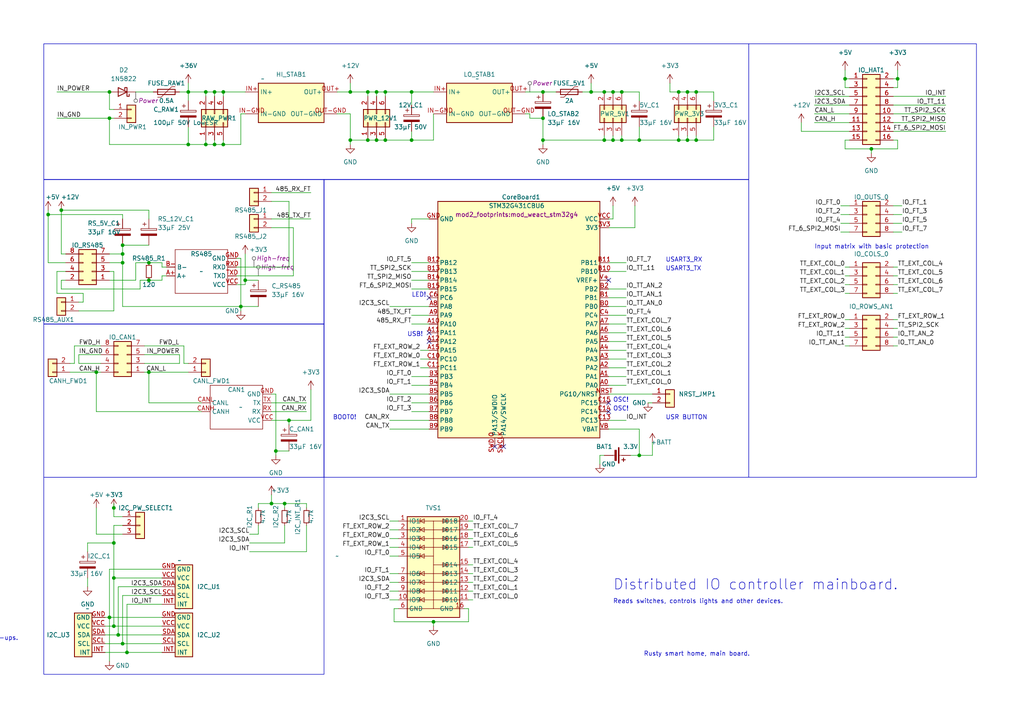
<source format=kicad_sch>
(kicad_sch (version 20250114) (generator "eeschema") (generator_version "9.0")
  (paper "A4")
  (rectangle (start 12.7 52.07) (end 93.98 93.98))
  (rectangle (start 12.7 93.98) (end 93.98 138.43))
  (rectangle (start 93.98 52.07) (end 217.17 138.43))
  (rectangle (start 217.17 12.7) (end 283.21 138.43))
  (rectangle (start 12.7 138.43) (end 93.98 195.58))
  (rectangle (start 12.7 12.7) (end 217.17 52.07))
  (text "USR BUTTON" (at 193.04 121.92 0) (effects (font (size 1.27 1.27)) (justify left bottom)))
  (text "Rusty smart home, main board." (at 186.69 190.5 0) (effects (font (size 1.27 1.27)) (justify left bottom)))
  (text "PCF8575 expander \"modules\":\n- Might have 3.3V stabilizer onboard which is not required; \n  PCF can handle 6.5V absolute.\n- Have pull-ups for SDA/SCL for VCC which is NOT required and problematic.\n- Can handle VCC+0.5V input voltage max so 3.8V with stab. \n- Can't safely drive 5V \"low level trigger\" devices.\n\nI suggest shorting the onboard 3.3V stab to get 5V PCF and removing/shorting the sda/scl pull-ups.\nOr getting much dumber (and better) module." (at -95.25 187.96 0) (effects (font (size 1.27 1.27)) (justify left bottom)))
  (text "BOOT0!" (at 96.52 121.92 0) (effects (font (size 1.27 1.27)) (justify left bottom)))
  (text "LED!" (at 119.38 86.36 0) (effects (font (size 1.27 1.27)) (justify left bottom)))
  (text "- CAN / RS485 cables on board suggest pair-by-pair setting - not T-568B. \n  This will distinguish cables too. But both approaches can work.\n- Suggested layout: \n  Full-color for ground (on IO_CAN), \n  Pair order: orange, green, blue, brown.\n  IO-CAN Socket and RJ45 connector therefore:\n  w-o o, w-g g, w-bl bl, w-br br (1 2, 3 4, 5 6, 7 8).\n  That keeps CAN as orange pair, forwarded as brown pair. Main power on blue and green.\n  RS485 suggested to match: rs485 on orange, AUX on brown. Blue 5V, Green 12V. \n  Board v2 could have a correction here to match the layout.  \n\n  T568B mapping onto CAN plug mapping:\n  T568B|CAN\n  w-o   w-o     1 CAN_L\n  o      o      2 CAN_H\n  w-g   w-g     3 IN POWER, 24V\n  bl     g      4 IN POWER, GND (swap!)\n  w-bl  w-bl    5 IN POWER, 24V\n  g      bl     6 IN POWER, GND (swap!)\n  w-br  w-br    7 CAN_L FORWARD\n  br     br     8 CAN_H FORWARD\n\n- Board could be powered by USB (weact board has a vbus->vcc diode). \n  Also connecting USB while board is powered externally should not break anything.\n- Keep empty space over the screws to allow for a HAT or another layer.\n  50x100 fits the SSR relay board too.\n- CAN Forwarding jumpers allow to construct a linear bus in situations where \n  there's otherwise a big stub." (at -143.764 72.39 0) (effects (font (size 2 2)) (justify left bottom)))
  (text "Reads switches, controls lights and other devices." (at 177.8 175.26 0) (effects (font (size 1.27 1.27)) (justify left bottom)))
  (text "USB!" (at 118.11 97.79 0) (effects (font (size 1.27 1.27)) (justify left bottom)))
  (text "Power considerations:\n- 2A/5V waveshare -> 10W probably less.\n- relay array from ali: SRD-12VDC-SL-C x 8; 30mA single -> 0.24A @ 12V -> 2.88W\n- Rest of board: 0.5A @ 5V more less -> 2.5W\n- 10W control + 5W board & losses -> 15W\n- 15W -> 0.5A @30V, 0.65A @24V, 1.25A @12V, 3A @5V\n- 30m cable (top), cat6 24 awg, 84ohms/km -> 2.52 ohms -> 5.1 ohms for both cables.\n- Voltage drop = 2.55V @30V, 3.32V @24V, 6.37V @12V, 15V @5V... " (at -140.716 104.902 0) (effects (font (size 1.27 1.27)) (justify left bottom)))
  (text "Board v1 ideas, maybe?\n- Add a pin in another axis in i2c connector for stabilization. Say - duplicated GND/VCC." (at -95.25 198.12 0) (effects (font (size 1.27 1.27)) (justify left bottom)))
  (text "CAN uses PB8 that is also BOOT0. You need to select nBOOT_SEL to free \nthe GPIO, otherwise the board won't boot.\n" (at -140.716 84.582 0) (effects (font (size 1.27 1.27)) (justify left bottom)))
  (text "Board v1 errors, to be corrected:\n- EVDS footprint doesn't match my device.\n- Battery is smaller and can be shifted right.\n- Can CAP can be outside.\n- some labels can be moved a bit away for eligibility\n- CAPs don't have GND marked.\n- Mark ground on power pins\n- holes of CPU could be larger\n- HI_STAB footprint could use double pinheader. Single is wobbly \n  (and impossible to buy, one has to cut it)\n- Increase IO separation to be able to use plastic covered connectors.\n- Bigger holes for fuses.\n- IO_RS485 could be more similar to IO_CAN (ground side, order of AUX)\n- WeAct stm32g4 board has Vb diodes in schema, but probably not on a real board (!). Add diode?\n  Vbus seems protected ok.\n- USB-C connector doesn't fit with rs485 \n- IOCAN  output could have a rj45 connector." (at -140.716 153.162 0) (effects (font (size 1.27 1.27)) (justify left bottom)))
  (text "OSC!" (at 177.8 116.84 0) (effects (font (size 1.27 1.27)) (justify left bottom)))
  (text "OSC!" (at 177.8 119.38 0) (effects (font (size 1.27 1.27)) (justify left bottom)))
  (text "Distributed IO controller mainboard." (at 177.8 171.45 0) (effects (font (size 3 3)) (justify left bottom)))
  (text "Design notes:\n- Internal pull-ups/downs are around 40kOhm which can get noisy on a long line.\n- FT - 5V-Tolerant; TT - 3.3V-tolerant." (at -140.716 115.062 0) (effects (font (size 1.27 1.27)) (justify left bottom)))
  (text "Input matrix with basic protection" (at 236.22 72.39 0) (effects (font (size 1.27 1.27)) (justify left bottom)))
  (text "USART3_RX" (at 193.04 76.2 0) (effects (font (size 1.27 1.27)) (justify left bottom)))
  (text "USART3_TX" (at 193.04 78.74 0) (effects (font (size 1.27 1.27)) (justify left bottom)))
  (junction (at 78.74 146.05))
  (junction (at 83.82 121.92))
  (junction (at 245.11 22.86))
  (junction (at 177.8 40.64))
  (junction (at 33.02 157.48))
  (junction (at 34.29 184.15))
  (junction (at 33.02 147.32))
  (junction (at 199.39 26.67))
  (junction (at 201.93 40.64))
  (junction (at 180.34 26.67))
  (junction (at 43.18 76.2))
  (junction (at 17.78 60.96))
  (junction (at 35.56 76.2))
  (junction (at 80.01 130.81))
  (junction (at 119.38 40.64))
  (junction (at 43.18 107.95))
  (junction (at 252.73 43.18))
  (junction (at 157.48 34.29))
  (junction (at 59.69 41.91))
  (junction (at 33.02 181.61))
  (junction (at 35.56 71.12))
  (junction (at 111.76 40.64))
  (junction (at 175.26 26.67))
  (junction (at 171.45 26.67))
  (junction (at 199.39 40.64))
  (junction (at 109.22 26.67))
  (junction (at 36.83 189.23))
  (junction (at 196.85 40.64))
  (junction (at 35.56 73.66))
  (junction (at 64.77 26.67))
  (junction (at 111.76 26.67))
  (junction (at 13.97 62.23))
  (junction (at 125.73 180.34))
  (junction (at 175.26 40.64))
  (junction (at 54.61 26.67))
  (junction (at 106.68 26.67))
  (junction (at 27.94 107.95))
  (junction (at 177.8 26.67))
  (junction (at 101.6 26.67))
  (junction (at 71.12 81.28))
  (junction (at 82.55 146.05))
  (junction (at 157.48 40.64))
  (junction (at 69.85 88.9))
  (junction (at 31.75 34.29))
  (junction (at 106.68 40.64))
  (junction (at 196.85 26.67))
  (junction (at 157.48 26.67))
  (junction (at 31.75 179.07))
  (junction (at 180.34 40.64))
  (junction (at 43.18 81.28))
  (junction (at 260.35 22.86))
  (junction (at 185.42 132.08))
  (junction (at 101.6 40.64))
  (junction (at 54.61 41.91))
  (junction (at 31.75 26.67))
  (junction (at 185.42 40.64))
  (junction (at 64.77 41.91))
  (junction (at 59.69 26.67))
  (junction (at 109.22 40.64))
  (junction (at 201.93 26.67))
  (junction (at 33.02 167.64))
  (junction (at 62.23 41.91))
  (junction (at 62.23 26.67))
  (junction (at 35.56 186.69))
  (junction (at 119.38 26.67))
  (no_connect (at 176.53 116.84))
  (no_connect (at 124.46 86.36))
  (no_connect (at 143.51 129.54))
  (no_connect (at 176.53 119.38))
  (no_connect (at 124.46 96.52))
  (no_connect (at 124.46 99.06))
  (no_connect (at 146.05 129.54))
  (no_connect (at 176.53 81.28))
  (no_connect (at 93.98 -22.86))
  (wire (pts (xy 259.08 40.64) (xy 260.35 40.64)))
  (wire (pts (xy 245.11 100.33) (xy 246.38 100.33)))
  (wire (pts (xy 176.53 93.98) (xy 181.61 93.98)))
  (wire (pts (xy 260.35 22.86) (xy 259.08 22.86)))
  (wire (pts (xy 17.78 60.96) (xy 17.78 73.66)))
  (wire (pts (xy 13.97 60.96) (xy 13.97 62.23)))
  (wire (pts (xy 113.03 171.45) (xy 115.57 171.45)))
  (wire (pts (xy 22.86 102.87) (xy 29.21 102.87)))
  (wire (pts (xy 259.08 100.33) (xy 260.35 100.33)))
  (wire (pts (xy 259.08 35.56) (xy 274.32 35.56)))
  (wire (pts (xy 54.61 26.67) (xy 59.69 26.67)))
  (wire (pts (xy 16.51 34.29) (xy 31.75 34.29)))
  (wire (pts (xy 35.56 152.4) (xy 33.02 152.4)))
  (wire (pts (xy 199.39 40.64) (xy 199.39 39.37)))
  (wire (pts (xy 182.88 132.08) (xy 185.42 132.08)))
  (wire (pts (xy 176.53 104.14) (xy 181.61 104.14)))
  (wire (pts (xy 157.48 41.91) (xy 157.48 40.64)))
  (wire (pts (xy 39.37 76.2) (xy 43.18 76.2)))
  (wire (pts (xy 119.38 30.48) (xy 119.38 26.67)))
  (wire (pts (xy 137.16 168.91) (xy 135.89 168.91)))
  (wire (pts (xy 113.03 114.3) (xy 124.46 114.3)))
  (wire (pts (xy 80.01 114.3) (xy 80.01 130.81)))
  (wire (pts (xy 80.01 130.81) (xy 83.82 130.81)))
  (wire (pts (xy 35.56 88.9) (xy 69.85 88.9)))
  (wire (pts (xy 33.02 34.29) (xy 31.75 34.29)))
  (wire (pts (xy 184.15 59.69) (xy 184.15 66.04)))
  (wire (pts (xy 113.03 153.67) (xy 115.57 153.67)))
  (wire (pts (xy 27.94 147.32) (xy 27.94 154.94)))
  (wire (pts (xy 17.78 83.82) (xy 17.78 81.28)))
  (wire (pts (xy 245.11 20.32) (xy 245.11 22.86)))
  (wire (pts (xy 54.61 105.41) (xy 53.34 105.41)))
  (wire (pts (xy 40.64 81.28) (xy 43.18 81.28)))
  (wire (pts (xy 260.35 43.18) (xy 252.73 43.18)))
  (wire (pts (xy 88.9 152.4) (xy 88.9 160.02)))
  (wire (pts (xy 13.97 62.23) (xy 35.56 62.23)))
  (wire (pts (xy 232.41 38.1) (xy 246.38 38.1)))
  (wire (pts (xy 27.94 119.38) (xy 58.42 119.38)))
  (wire (pts (xy 119.38 26.67) (xy 111.76 26.67)))
  (wire (pts (xy 125.73 33.02) (xy 125.73 40.64)))
  (wire (pts (xy 176.53 83.82) (xy 181.61 83.82)))
  (wire (pts (xy 78.74 66.04) (xy 85.09 66.04)))
  (wire (pts (xy 109.22 40.64) (xy 111.76 40.64)))
  (wire (pts (xy 176.53 99.06) (xy 181.61 99.06)))
  (wire (pts (xy 54.61 26.67) (xy 54.61 29.21)))
  (wire (pts (xy 246.38 40.64) (xy 245.11 40.64)))
  (wire (pts (xy 31.75 165.1) (xy 31.75 179.07)))
  (wire (pts (xy 176.53 111.76) (xy 181.61 111.76)))
  (wire (pts (xy 69.85 74.93) (xy 69.85 88.9)))
  (wire (pts (xy 246.38 77.47) (xy 245.11 77.47)))
  (wire (pts (xy 180.34 26.67) (xy 185.42 26.67)))
  (wire (pts (xy 62.23 40.64) (xy 62.23 41.91)))
  (wire (pts (xy 40.64 83.82) (xy 17.78 83.82)))
  (wire (pts (xy 259.08 64.77) (xy 261.62 64.77)))
  (wire (pts (xy 185.42 40.64) (xy 185.42 36.83)))
  (wire (pts (xy 43.18 81.28) (xy 46.99 81.28)))
  (wire (pts (xy 31.75 179.07) (xy 46.99 179.07)))
  (wire (pts (xy 177.8 63.5) (xy 176.53 63.5)))
  (wire (pts (xy 260.35 40.64) (xy 260.35 43.18)))
  (wire (pts (xy 157.48 40.64) (xy 157.48 34.29)))
  (wire (pts (xy 82.55 146.05) (xy 78.74 146.05)))
  (wire (pts (xy 113.03 151.13) (xy 115.57 151.13)))
  (wire (pts (xy 78.74 119.38) (xy 88.9 119.38)))
  (wire (pts (xy 236.22 27.94) (xy 246.38 27.94)))
  (wire (pts (xy 245.11 43.18) (xy 252.73 43.18)))
  (wire (pts (xy 176.53 91.44) (xy 181.61 91.44)))
  (wire (pts (xy 59.69 40.64) (xy 59.69 41.91)))
  (wire (pts (xy 201.93 40.64) (xy 201.93 39.37)))
  (wire (pts (xy 69.85 88.9) (xy 74.93 88.9)))
  (wire (pts (xy 189.23 132.08) (xy 189.23 128.27)))
  (wire (pts (xy 54.61 36.83) (xy 54.61 41.91)))
  (wire (pts (xy 33.02 167.64) (xy 46.99 167.64)))
  (wire (pts (xy 33.02 147.32) (xy 33.02 149.86)))
  (wire (pts (xy 21.59 105.41) (xy 20.32 105.41)))
  (wire (pts (xy 176.53 101.6) (xy 181.61 101.6)))
  (wire (pts (xy 246.38 25.4) (xy 245.11 25.4)))
  (wire (pts (xy 62.23 41.91) (xy 59.69 41.91)))
  (wire (pts (xy 176.53 114.3) (xy 189.23 114.3)))
  (wire (pts (xy 78.74 55.88) (xy 90.17 55.88)))
  (wire (pts (xy 82.55 157.48) (xy 72.39 157.48)))
  (wire (pts (xy 31.75 26.67) (xy 31.75 31.75)))
  (wire (pts (xy 30.48 184.15) (xy 34.29 184.15)))
  (wire (pts (xy 78.74 121.92) (xy 83.82 121.92)))
  (wire (pts (xy 19.05 78.74) (xy 16.51 78.74)))
  (wire (pts (xy 74.93 147.32) (xy 74.93 146.05)))
  (wire (pts (xy 101.6 26.67) (xy 106.68 26.67)))
  (wire (pts (xy 35.56 71.12) (xy 43.18 71.12)))
  (wire (pts (xy 137.16 163.83) (xy 135.89 163.83)))
  (wire (pts (xy 53.34 100.33) (xy 53.34 105.41)))
  (wire (pts (xy 72.39 160.02) (xy 88.9 160.02)))
  (wire (pts (xy 83.82 121.92) (xy 83.82 123.19)))
  (wire (pts (xy 194.31 24.13) (xy 194.31 26.67)))
  (wire (pts (xy 177.8 26.67) (xy 180.34 26.67)))
  (wire (pts (xy 83.82 121.92) (xy 90.17 121.92)))
  (wire (pts (xy 114.3 180.34) (xy 125.73 180.34)))
  (wire (pts (xy 135.89 153.67) (xy 137.16 153.67)))
  (wire (pts (xy 30.48 186.69) (xy 35.56 186.69)))
  (wire (pts (xy 74.93 146.05) (xy 78.74 146.05)))
  (wire (pts (xy 236.22 35.56) (xy 246.38 35.56)))
  (wire (pts (xy 113.03 173.99) (xy 115.57 173.99)))
  (wire (pts (xy 46.99 81.28) (xy 46.99 80.01)))
  (wire (pts (xy 259.08 82.55) (xy 260.35 82.55)))
  (wire (pts (xy 31.75 179.07) (xy 31.75 191.77)))
  (wire (pts (xy 82.55 152.4) (xy 82.55 157.48)))
  (wire (pts (xy 59.69 26.67) (xy 59.69 27.94)))
  (wire (pts (xy 119.38 63.5) (xy 119.38 64.77)))
  (wire (pts (xy 24.13 85.09) (xy 24.13 87.63)))
  (wire (pts (xy 21.59 100.33) (xy 29.21 100.33)))
  (wire (pts (xy 185.42 132.08) (xy 189.23 132.08)))
  (wire (pts (xy 153.67 34.29) (xy 153.67 33.02)))
  (wire (pts (xy 184.15 66.04) (xy 176.53 66.04)))
  (wire (pts (xy 17.78 81.28) (xy 19.05 81.28)))
  (wire (pts (xy 259.08 85.09) (xy 260.35 85.09)))
  (wire (pts (xy 245.11 92.71) (xy 246.38 92.71)))
  (wire (pts (xy 97.79 26.67) (xy 101.6 26.67)))
  (wire (pts (xy 35.56 73.66) (xy 35.56 76.2)))
  (wire (pts (xy 121.92 104.14) (xy 124.46 104.14)))
  (wire (pts (xy 137.16 173.99) (xy 135.89 173.99)))
  (wire (pts (xy 31.75 73.66) (xy 35.56 73.66)))
  (wire (pts (xy 245.11 25.4) (xy 245.11 22.86)))
  (wire (pts (xy 207.01 40.64) (xy 207.01 36.83)))
  (wire (pts (xy 119.38 40.64) (xy 125.73 40.64)))
  (wire (pts (xy 39.37 26.67) (xy 44.45 26.67)))
  (wire (pts (xy 243.84 67.31) (xy 246.38 67.31)))
  (wire (pts (xy 260.35 22.86) (xy 260.35 20.32)))
  (wire (pts (xy 119.38 76.2) (xy 124.46 76.2)))
  (wire (pts (xy 177.8 40.64) (xy 177.8 39.37)))
  (wire (pts (xy 259.08 33.02) (xy 274.32 33.02)))
  (wire (pts (xy 113.03 124.46) (xy 124.46 124.46)))
  (wire (pts (xy 36.83 175.26) (xy 46.99 175.26)))
  (wire (pts (xy 78.74 63.5) (xy 90.17 63.5)))
  (wire (pts (xy 33.02 78.74) (xy 33.02 90.17)))
  (wire (pts (xy 52.07 102.87) (xy 41.91 102.87)))
  (wire (pts (xy 43.18 107.95) (xy 54.61 107.95)))
  (wire (pts (xy 245.11 97.79) (xy 246.38 97.79)))
  (wire (pts (xy 259.08 38.1) (xy 274.32 38.1)))
  (wire (pts (xy 16.51 26.67) (xy 31.75 26.67)))
  (wire (pts (xy 53.34 100.33) (xy 41.91 100.33)))
  (wire (pts (xy 35.56 71.12) (xy 35.56 73.66)))
  (wire (pts (xy 46.99 165.1) (xy 31.75 165.1)))
  (wire (pts (xy 119.38 109.22) (xy 124.46 109.22)))
  (wire (pts (xy 115.57 176.53) (xy 114.3 176.53)))
  (wire (pts (xy 243.84 59.69) (xy 246.38 59.69)))
  (wire (pts (xy 176.53 121.92) (xy 181.61 121.92)))
  (wire (pts (xy 31.75 81.28) (xy 39.37 81.28)))
  (wire (pts (xy 113.03 161.29) (xy 115.57 161.29)))
  (wire (pts (xy 119.38 83.82) (xy 124.46 83.82)))
  (wire (pts (xy 152.4 33.02) (xy 153.67 33.02)))
  (wire (pts (xy 113.03 168.91) (xy 115.57 168.91)))
  (wire (pts (xy 78.74 143.51) (xy 78.74 146.05)))
  (wire (pts (xy 168.91 26.67) (xy 171.45 26.67)))
  (wire (pts (xy 259.08 25.4) (xy 260.35 25.4)))
  (wire (pts (xy 189.23 116.84) (xy 187.96 116.84)))
  (wire (pts (xy 175.26 40.64) (xy 175.26 39.37)))
  (wire (pts (xy 177.8 40.64) (xy 180.34 40.64)))
  (wire (pts (xy 259.08 30.48) (xy 274.32 30.48)))
  (wire (pts (xy 125.73 181.61) (xy 125.73 180.34)))
  (wire (pts (xy 124.46 63.5) (xy 119.38 63.5)))
  (wire (pts (xy 68.58 74.93) (xy 69.85 74.93)))
  (wire (pts (xy 64.77 41.91) (xy 69.85 41.91)))
  (wire (pts (xy 46.99 77.47) (xy 46.99 76.2)))
  (wire (pts (xy 106.68 26.67) (xy 106.68 27.94)))
  (wire (pts (xy 135.89 180.34) (xy 135.89 176.53)))
  (wire (pts (xy 71.12 33.02) (xy 69.85 33.02)))
  (wire (pts (xy 259.08 59.69) (xy 261.62 59.69)))
  (wire (pts (xy 30.48 179.07) (xy 31.75 179.07)))
  (wire (pts (xy 199.39 40.64) (xy 201.93 40.64)))
  (wire (pts (xy 175.26 40.64) (xy 177.8 40.64)))
  (wire (pts (xy 114.3 176.53) (xy 114.3 180.34)))
  (wire (pts (xy 246.38 82.55) (xy 245.11 82.55)))
  (wire (pts (xy 196.85 26.67) (xy 199.39 26.67)))
  (wire (pts (xy 175.26 26.67) (xy 177.8 26.67)))
  (wire (pts (xy 106.68 40.64) (xy 109.22 40.64)))
  (wire (pts (xy 236.22 30.48) (xy 246.38 30.48)))
  (wire (pts (xy 245.11 40.64) (xy 245.11 43.18)))
  (wire (pts (xy 20.32 107.95) (xy 27.94 107.95)))
  (wire (pts (xy 113.03 88.9) (xy 124.46 88.9)))
  (wire (pts (xy 171.45 26.67) (xy 171.45 24.13)))
  (wire (pts (xy 121.92 101.6) (xy 124.46 101.6)))
  (wire (pts (xy 16.51 78.74) (xy 16.51 85.09)))
  (wire (pts (xy 62.23 26.67) (xy 64.77 26.67)))
  (wire (pts (xy 177.8 59.69) (xy 177.8 63.5)))
  (wire (pts (xy 119.38 116.84) (xy 124.46 116.84)))
  (wire (pts (xy 54.61 24.13) (xy 54.61 26.67)))
  (wire (pts (xy 64.77 26.67) (xy 71.12 26.67)))
  (wire (pts (xy 59.69 26.67) (xy 62.23 26.67)))
  (wire (pts (xy 109.22 27.94) (xy 109.22 26.67)))
  (wire (pts (xy 43.18 116.84) (xy 58.42 116.84)))
  (wire (pts (xy 54.61 41.91) (xy 59.69 41.91)))
  (wire (pts (xy 201.93 40.64) (xy 207.01 40.64)))
  (wire (pts (xy 113.03 156.21) (xy 115.57 156.21)))
  (wire (pts (xy 27.94 107.95) (xy 27.94 119.38)))
  (wire (pts (xy 207.01 26.67) (xy 207.01 29.21)))
  (wire (pts (xy 30.48 189.23) (xy 36.83 189.23)))
  (wire (pts (xy 176.53 76.2) (xy 181.61 76.2)))
  (wire (pts (xy 43.18 107.95) (xy 41.91 107.95)))
  (wire (pts (xy 71.12 82.55) (xy 71.12 81.28)))
  (wire (pts (xy 157.48 26.67) (xy 161.29 26.67)))
  (wire (pts (xy 52.07 105.41) (xy 52.07 102.87)))
  (wire (pts (xy 245.11 95.25) (xy 246.38 95.25)))
  (wire (pts (xy 252.73 43.18) (xy 252.73 44.45)))
  (wire (pts (xy 101.6 33.02) (xy 101.6 40.64)))
  (wire (pts (xy 17.78 73.66) (xy 19.05 73.66)))
  (wire (pts (xy 25.4 157.48) (xy 25.4 160.02)))
  (wire (pts (xy 173.99 132.08) (xy 173.99 134.62)))
  (wire (pts (xy 27.94 154.94) (xy 35.56 154.94)))
  (wire (pts (xy 135.89 176.53) (xy 134.62 176.53)))
  (wire (pts (xy 33.02 149.86) (xy 35.56 149.86)))
  (wire (pts (xy 21.59 105.41) (xy 21.59 100.33)))
  (wire (pts (xy 201.93 26.67) (xy 207.01 26.67)))
  (wire (pts (xy 43.18 116.84) (xy 43.18 107.95)))
  (wire (pts (xy 152.4 26.67) (xy 157.48 26.67)))
  (wire (pts (xy 35.56 172.72) (xy 46.99 172.72)))
  (wire (pts (xy 31.75 78.74) (xy 33.02 78.74)))
  (wire (pts (xy 232.41 35.56) (xy 232.41 38.1)))
  (wire (pts (xy 176.53 86.36) (xy 181.61 86.36)))
  (wire (pts (xy 13.97 76.2) (xy 19.05 76.2)))
  (wire (pts (xy 236.22 33.02) (xy 246.38 33.02)))
  (wire (pts (xy 39.37 81.28) (xy 39.37 76.2)))
  (wire (pts (xy 31.75 41.91) (xy 54.61 41.91)))
  (wire (pts (xy 34.29 170.18) (xy 34.29 184.15)))
  (wire (pts (xy 157.48 40.64) (xy 175.26 40.64)))
  (wire (pts (xy 260.35 25.4) (xy 260.35 22.86)))
  (wire (pts (xy 180.34 40.64) (xy 180.34 39.37)))
  (wire (pts (xy 196.85 40.64) (xy 199.39 40.64)))
  (wire (pts (xy 35.56 186.69) (xy 46.99 186.69)))
  (wire (pts (xy 25.4 170.18) (xy 25.4 167.64)))
  (wire (pts (xy 52.07 26.67) (xy 54.61 26.67)))
  (wire (pts (xy 101.6 24.13) (xy 101.6 26.67)))
  (wire (pts (xy 22.86 105.41) (xy 22.86 102.87)))
  (wire (pts (xy 194.31 26.67) (xy 196.85 26.67)))
  (wire (pts (xy 135.89 156.21) (xy 137.16 156.21)))
  (wire (pts (xy 74.93 154.94) (xy 74.93 152.4)))
  (wire (pts (xy 64.77 26.67) (xy 64.77 27.94)))
  (wire (pts (xy 113.03 166.37) (xy 115.57 166.37)))
  (wire (pts (xy 13.97 62.23) (xy 13.97 76.2)))
  (wire (pts (xy 30.48 181.61) (xy 33.02 181.61)))
  (wire (pts (xy 68.58 80.01) (xy 85.09 80.01)))
  (wire (pts (xy 196.85 40.64) (xy 196.85 39.37)))
  (wire (pts (xy 88.9 147.32) (xy 88.9 146.05)))
  (wire (pts (xy 119.38 78.74) (xy 124.46 78.74)))
  (wire (pts (xy 82.55 147.32) (xy 82.55 146.05)))
  (wire (pts (xy 43.18 76.2) (xy 46.99 76.2)))
  (wire (pts (xy 176.53 88.9) (xy 181.61 88.9)))
  (wire (pts (xy 199.39 26.67) (xy 201.93 26.67)))
  (wire (pts (xy 31.75 34.29) (xy 31.75 41.91)))
  (wire (pts (xy 176.53 106.68) (xy 181.61 106.68)))
  (wire (pts (xy 33.02 181.61) (xy 46.99 181.61)))
  (wire (pts (xy 119.38 26.67) (xy 125.73 26.67)))
  (wire (pts (xy 90.17 113.03) (xy 90.17 121.92)))
  (wire (pts (xy 78.74 114.3) (xy 80.01 114.3)))
  (wire (pts (xy 185.42 124.46) (xy 185.42 132.08)))
  (wire (pts (xy 34.29 170.18) (xy 46.99 170.18)))
  (wire (pts (xy 35.56 76.2) (xy 35.56 88.9)))
  (wire (pts (xy 71.12 81.28) (xy 71.12 73.66)))
  (wire (pts (xy 137.16 166.37) (xy 135.89 166.37)))
  (wire (pts (xy 243.84 64.77) (xy 246.38 64.77)))
  (wire (pts (xy 29.21 105.41) (xy 22.86 105.41)))
  (wire (pts (xy 22.86 90.17) (xy 33.02 90.17)))
  (wire (pts (xy 64.77 41.91) (xy 62.23 41.91)))
  (wire (pts (xy 16.51 85.09) (xy 24.13 85.09)))
  (wire (pts (xy 62.23 26.67) (xy 62.23 27.94)))
  (wire (pts (xy 33.02 152.4) (xy 33.02 157.48)))
  (wire (pts (xy 119.38 93.98) (xy 124.46 93.98)))
  (wire (pts (xy 243.84 62.23) (xy 246.38 62.23)))
  (wire (pts (xy 175.26 132.08) (xy 173.99 132.08)))
  (wire (pts (xy 119.38 119.38) (xy 124.46 119.38)))
  (wire (pts (xy 43.18 63.5) (xy 43.18 60.96)))
  (wire (pts (xy 111.76 27.94) (xy 111.76 26.67)))
  (wire (pts (xy 109.22 26.67) (xy 106.68 26.67)))
  (wire (pts (xy 36.83 189.23) (xy 46.99 189.23)))
  (wire (pts (xy 69.85 33.02) (xy 69.85 41.91)))
  (wire (pts (xy 259.08 80.01) (xy 260.35 80.01)))
  (wire (pts (xy 25.4 157.48) (xy 33.02 157.48)))
  (wire (pts (xy 259.08 77.47) (xy 260.35 77.47)))
  (wire (pts (xy 101.6 41.91) (xy 101.6 40.64)))
  (wire (pts (xy 176.53 124.46) (xy 185.42 124.46)))
  (wire (pts (xy 111.76 40.64) (xy 119.38 40.64)))
  (wire (pts (xy 113.03 158.75) (xy 115.57 158.75)))
  (wire (pts (xy 259.08 92.71) (xy 260.35 92.71)))
  (wire (pts (xy 259.08 27.94) (xy 274.32 27.94)))
  (wire (pts (xy 31.75 31.75) (xy 33.02 31.75)))
  (wire (pts (xy 245.11 22.86) (xy 246.38 22.86)))
  (wire (pts (xy 113.03 121.92) (xy 124.46 121.92)))
  (wire (pts (xy 135.89 158.75) (xy 137.16 158.75)))
  (wire (pts (xy 246.38 85.09) (xy 245.11 85.09)))
  (wire (pts (xy 33.02 157.48) (xy 33.02 167.64)))
  (wire (pts (xy 36.83 189.23) (xy 36.83 175.26)))
  (wire (pts (xy 119.38 91.44) (xy 124.46 91.44)))
  (wire (pts (xy 33.02 146.05) (xy 33.02 147.32)))
  (wire (pts (xy 80.01 130.81) (xy 80.01 132.08)))
  (wire (pts (xy 33.02 167.64) (xy 33.02 181.61)))
  (wire (pts (xy 35.56 63.5) (xy 35.56 62.23)))
  (wire (pts (xy 109.22 26.67) (xy 111.76 26.67)))
  (wire (pts (xy 259.08 62.23) (xy 261.62 62.23)))
  (wire (pts (xy 119.38 111.76) (xy 124.46 111.76)))
  (wire (pts (xy 176.53 96.52) (xy 181.61 96.52)))
  (wire (pts (xy 137.16 171.45) (xy 135.89 171.45)))
  (wire (pts (xy 41.91 105.41) (xy 52.07 105.41)))
  (wire (pts (xy 171.45 26.67) (xy 175.26 26.67)))
  (wire (pts (xy 101.6 40.64) (xy 106.68 40.64)))
  (wire (pts (xy 69.85 88.9) (xy 69.85 90.17)))
  (wire (pts (xy 35.56 172.72) (xy 35.56 186.69)))
  (wire (pts (xy 24.13 87.63) (xy 22.86 87.63)))
  (wire (pts (xy 85.09 66.04) (xy 85.09 80.01)))
  (wire (pts (xy 68.58 82.55) (xy 71.12 82.55)))
  (wire (pts (xy 64.77 40.64) (xy 64.77 41.91)))
  (wire (pts (xy 259.08 95.25) (xy 260.35 95.25)))
  (wire (pts (xy 135.89 151.13) (xy 137.16 151.13)))
  (wire (pts (xy 259.08 97.79) (xy 260.35 97.79)))
  (wire (pts (xy 180.34 40.64) (xy 185.42 40.64)))
  (wire (pts (xy 97.79 33.02) (xy 101.6 33.02)))
  (wire (pts (xy 176.53 78.74) (xy 181.61 78.74)))
  (wire (pts (xy 121.92 106.68) (xy 124.46 106.68)))
  (wire (pts (xy 261.62 67.31) (xy 259.08 67.31)))
  (wire (pts (xy 46.99 80.01) (xy 48.26 80.01)))
  (wire (pts (xy 82.55 146.05) (xy 88.9 146.05)))
  (wire (pts (xy 27.94 107.95) (xy 29.21 107.95)))
  (wire (pts (xy 43.18 60.96) (xy 17.78 60.96)))
  (wire (pts (xy 74.93 154.94) (xy 72.39 154.94)))
  (wire (pts (xy 40.64 81.28) (xy 40.64 83.82)))
  (wire (pts (xy 185.42 26.67) (xy 185.42 29.21)))
  (wire (pts (xy 176.53 109.22) (xy 181.61 109.22)))
  (wire (pts (xy 78.74 58.42) (xy 83.82 58.42)))
  (wire (pts (xy 34.29 184.15) (xy 46.99 184.15)))
  (wire (pts (xy 157.48 34.29) (xy 153.67 34.29)))
  (wire (pts (xy 71.12 81.28) (xy 74.93 81.28)))
  (wire (pts (xy 83.82 58.42) (xy 83.82 77.47)))
  (wire (pts (xy 78.74 116.84) (xy 88.9 116.84)))
  (wire (pts (xy 185.42 40.64) (xy 196.85 40.64)))
  (wire (pts (xy 125.73 180.34) (xy 135.89 180.34)))
  (wire (pts (xy 68.58 77.47) (xy 83.82 77.47)))
  (wire (pts (xy 48.26 77.47) (xy 46.99 77.47)))
  (wire (pts (xy 31.75 76.2) (xy 35.56 76.2)))
  (wire (pts (xy 119.38 81.28) (xy 124.46 81.28)))
  (wire (pts (xy 246.38 80.01) (xy 245.11 80.01)))
  (wire (pts (xy 119.38 38.1) (xy 119.38 40.64)))
  (label "IN_POWER" (at 16.51 26.67 0))
  (label "TT_EXT_COL_3" (at 245.11 85.09 180))
  (label "TT_SPI2_MISO" (at 274.32 35.56 180))
  (label "I2C3_SDA" (at 236.22 30.48 0))
  (label "TT_EXT_COL_6" (at 260.35 82.55 0))
  (label "IO_TT_AN_2" (at 260.35 97.79 0))
  (label "FT_EXT_ROW_0" (at 121.92 104.14 180))
  (label "FT_EXT_ROW_1" (at 121.92 106.68 180))
  (label "TT_EXT_COL_5" (at 260.35 80.01 0))
  (label "IO_TT_AN_0" (at 181.61 88.9 0))
  (label "TT_EXT_COL_2" (at 245.11 82.55 180))
  (label "TT_SPI2_SCK" (at 260.35 95.25 0))
  (label "TT_EXT_COL_5" (at 137.16 158.75 0))
  (label "FT_6_SPI2_MOSI" (at 119.38 83.82 180))
  (label "485_TX_FT" (at 119.38 91.44 180))
  (label "IO_TT_11" (at 274.32 30.48 180))
  (label "TT_EXT_COL_1" (at 245.11 80.01 180))
  (label "FT_EXT_ROW_1" (at 260.35 92.71 0))
  (label "TT_EXT_COL_2" (at 137.16 168.91 0))
  (label "IO_FT_5" (at 119.38 76.2 180))
  (label "IO_FT_0" (at 119.38 109.22 180))
  (label "TT_SPI2_SCK" (at 119.38 78.74 180))
  (label "TT_EXT_COL_4" (at 260.35 77.47 0))
  (label "FT_EXT_ROW_0" (at 113.03 156.21 180))
  (label "CAN_TX" (at 88.9 116.84 180))
  (label "IO_INT" (at 274.32 27.94 180))
  (label "FWD_H" (at 22.86 100.33 0))
  (label "CAN_H" (at 22.86 107.95 0))
  (label "IO_FT_1" (at 261.62 59.69 0))
  (label "FWD_L" (at 52.07 100.33 180))
  (label "IO_FT_7" (at 261.62 67.31 0))
  (label "IO_FT_3" (at 261.62 62.23 0))
  (label "IO_TT_AN_1" (at 245.11 100.33 180))
  (label "IO_FT_1" (at 113.03 166.37 180))
  (label "IO_FT_7" (at 181.61 76.2 0))
  (label "TT_EXT_COL_4" (at 137.16 163.83 0))
  (label "FT_EXT_ROW_0" (at 245.11 92.71 180))
  (label "TT_EXT_COL_1" (at 137.16 171.45 0))
  (label "I2C3_SCL" (at 113.03 151.13 180))
  (label "FT_6_SPI2_MOSI" (at 243.84 67.31 180))
  (label "I2C3_SDA" (at 113.03 168.91 180))
  (label "TT_EXT_COL_7" (at 137.16 153.67 0))
  (label "FT_6_SPI2_MOSI" (at 274.32 38.1 180))
  (label "FT_EXT_ROW_2" (at 245.11 95.25 180))
  (label "I2C3_SCL" (at 236.22 27.94 0))
  (label "TT_EXT_COL_6" (at 137.16 156.21 0))
  (label "FT_EXT_ROW_2" (at 121.92 101.6 180))
  (label "TT_EXT_COL_6" (at 181.61 96.52 0))
  (label "CAN_RX" (at 113.03 121.92 180))
  (label "CAN_H" (at 236.22 35.56 0))
  (label "IN_POWER" (at 52.07 102.87 180))
  (label "IO_FT_4" (at 137.16 151.13 0))
  (label "CAN_L" (at 236.22 33.02 0))
  (label "IO_FT_2" (at 113.03 171.45 180))
  (label "TT_SPI2_MISO" (at 119.38 81.28 180))
  (label "485_RX_FT" (at 90.17 55.88 180))
  (label "TT_EXT_COL_3" (at 181.61 104.14 0))
  (label "IO_FT_1" (at 119.38 111.76 180))
  (label "IO_FT_2" (at 243.84 62.23 180))
  (label "TT_EXT_COL_1" (at 181.61 109.22 0))
  (label "IO_FT_3" (at 119.38 119.38 180))
  (label "I2C3_SCL" (at 46.99 172.72 180))
  (label "IO_INT" (at 72.39 160.02 180))
  (label "I2C3_SDA" (at 46.99 170.18 180))
  (label "IO_TT_AN_0" (at 260.35 100.33 0))
  (label "TT_EXT_COL_0" (at 245.11 77.47 180))
  (label "IN_GND" (at 22.86 102.87 0))
  (label "IO_TT_11" (at 245.11 97.79 180))
  (label "TT_EXT_COL_4" (at 181.61 101.6 0))
  (label "TT_EXT_COL_2" (at 181.61 106.68 0))
  (label "IO_FT_3" (at 113.03 173.99 180))
  (label "CAN_TX" (at 113.03 124.46 180))
  (label "IO_INT" (at 38.1 175.26 0))
  (label "I2C3_SDA" (at 113.03 114.3 180))
  (label "IO_TT_11" (at 181.61 78.74 0))
  (label "TT_EXT_COL_0" (at 137.16 173.99 0))
  (label "IO_FT_0" (at 113.03 161.29 180))
  (label "FT_EXT_ROW_2" (at 113.03 153.67 180))
  (label "TT_SPI2_SCK" (at 274.32 33.02 180))
  (label "TT_EXT_COL_7" (at 181.61 93.98 0))
  (label "CAN_L" (at 48.26 107.95 180))
  (label "IN_GND" (at 16.51 34.29 0))
  (label "TT_EXT_COL_5" (at 181.61 99.06 0))
  (label "CAN_RX" (at 88.9 119.38 180))
  (label "IO_TT_AN_1" (at 181.61 86.36 0))
  (label "IO_FT_0" (at 243.84 59.69 180))
  (label "485_RX_FT" (at 119.38 93.98 180))
  (label "I2C3_SDA" (at 72.39 157.48 180))
  (label "IO_FT_4" (at 181.61 91.44 0))
  (label "TT_EXT_COL_7" (at 260.35 85.09 0))
  (label "I2C3_SCL" (at 113.03 88.9 180))
  (label "IO_INT" (at 181.61 121.92 0))
  (label "I2C3_SCL" (at 72.39 154.94 180))
  (label "TT_EXT_COL_3" (at 137.16 166.37 0))
  (label "TT_EXT_COL_0" (at 181.61 111.76 0))
  (label "IO_FT_5" (at 261.62 64.77 0))
  (label "IO_FT_4" (at 243.84 64.77 180))
  (label "IO_FT_2" (at 119.38 116.84 180))
  (label "485_TX_FT" (at 90.17 63.5 180))
  (label "IO_TT_AN_2" (at 181.61 83.82 0))
  (label "FT_EXT_ROW_1" (at 113.03 158.75 180))
  (netclass_flag "" (length 2.54) (shape round) (at 73.66 77.47 0) (property "Netclass" "High-freq" (at 74.3585 74.93 0) (effects (font (italic yes)) (justify left))))
  (netclass_flag "" (length 2.54) (shape round) (at 153.67 26.67 0) (property "Netclass" "Power" (at 154.3685 24.13 0) (effects (font (italic yes)) (justify left))))
  (netclass_flag "" (length 2.54) (shape round) (at 39.37 26.67 180) (property "Netclass" "Power" (at 40.0685 29.21 0) (effects (font (italic yes)) (justify left))))
  (netclass_flag "" (length 2.54) (shape round) (at 74.93 80.01 0) (property "Netclass" "High-freq" (at 75.6285 77.47 0) (effects (font (italic yes)) (justify left))))
  (symbol (lib_id "power:+5V") (at 245.11 20.32 0) (unit 1)
    (property "Reference" "#PWR027" (effects (hide yes)))
    (property "Value" "+5V" (at 245.11 15.24 0))
  )
  (symbol (lib_id "power:GND") (at 125.73 181.61 0) (unit 1)
    (property "Reference" "#PWR04" (effects (hide yes)))
    (property "Value" "GND" (at 125.73 186.69 0))
  )
  (symbol (lib_id "power:+3V3") (at 184.15 59.69 0) (unit 1)
    (property "Reference" "#PWR06" (effects (hide yes)))
    (property "Value" "+3V3" (at 184.15 54.61 0))
  )
  (symbol (lib_id "Device:Polyfuse") (at 48.26 26.67 90) (unit 1)
    (property "Reference" "FUSE_RAW1" (at 48.26 24.13 90))
    (property "Value" "0.5A" (at 48.26 29.21 90))
    (property "Footprint" "Fuse:Fuse_BelFuse_0ZRE0016FF_L9.9mm_W3.8mm" (effects (hide yes)))
  )
  (symbol (lib_id "mod2_symbols:mod_pcf8575_16bit_vertical") (at 25.4 176.53 0) (mirror y) (unit 1)
    (property "Reference" "I2C_U3" (at 20.32 184.15 0) (effects (justify left)))
    (property "Value" "~" (at 25.4 176.53 0))
    (property "Footprint" "mod2_footprints:mod_pcf8575_16bit_vertical" (effects (hide yes)))
  )
  (symbol (lib_id "Connector_Generic:Conn_01x02") (at 17.78 87.63 0) (mirror y) (unit 1)
    (property "Reference" "RS485_AUX1" (at 21.59 92.71 0) (effects (justify left)))
    (property "Value" "Conn_01x02" (effects (hide yes)))
    (property "Footprint" "Connector_PinHeader_2.54mm:PinHeader_1x02_P2.54mm_Vertical" (effects (hide yes)))
  )
  (symbol (lib_id "power:+5V") (at 27.94 147.32 0) (unit 1)
    (property "Reference" "#PWR05" (effects (hide yes)))
    (property "Value" "+5V" (at 27.94 143.51 0))
  )
  (symbol (lib_id "Connector_Generic:Conn_02x03_Odd_Even") (at 177.8 34.29 90) (unit 1)
    (property "Reference" "PWR_5V1" (at 173.99 33.02 90) (effects (justify right)))
    (property "Value" "Conn_02x03_Odd_Even" (effects (hide yes)))
    (property "Footprint" "Connector_PinHeader_2.54mm:PinHeader_2x03_P2.54mm_Vertical" (effects (hide yes)))
  )
  (symbol (lib_id "power:GND") (at 157.48 41.91 0) (unit 1)
    (property "Reference" "#PWR021" (effects (hide yes)))
    (property "Value" "GND" (at 157.48 46.99 0))
  )
  (symbol (lib_id "power:+12V") (at 17.78 60.96 0) (unit 1)
    (property "Reference" "#PWR017" (effects (hide yes)))
    (property "Value" "+12V" (at 20.32 57.15 0))
  )
  (symbol (lib_id "Device:C_Polarized") (at 35.56 67.31 0) (unit 1)
    (property "Reference" "RS_5V_C1" (at 25.4 64.77 0) (effects (justify left)))
    (property "Value" "33µF 16V" (at 25.4 67.31 0) (effects (justify left)))
    (property "Footprint" "Capacitor_THT:C_Radial_D4.0mm_H7.0mm_P1.50mm" (effects (hide yes)))
  )
  (symbol (lib_id "Connector_Generic:Conn_02x04_Odd_Even") (at 26.67 78.74 180) (unit 1)
    (property "Reference" "IO_RS485" (at 25.4 71.12 0))
    (property "Value" "Conn_02x04_Odd_Even" (effects (hide yes)))
    (property "Footprint" "Connector_PinHeader_2.54mm:PinHeader_2x04_P2.54mm_Vertical" (effects (hide yes)))
  )
  (symbol (lib_id "Connector_Generic:Conn_01x02") (at 38.1 31.75 0) (unit 1)
    (property "Reference" "IN_PWR1" (at 34.29 36.83 0) (effects (justify left)))
    (property "Value" "Conn_01x02" (effects (hide yes)))
    (property "Footprint" "Connector_PinHeader_2.54mm:PinHeader_1x02_P2.54mm_Vertical" (effects (hide yes)))
  )
  (symbol (lib_id "Connector_Generic:Conn_01x02") (at 73.66 55.88 0) (mirror y) (unit 1)
    (property "Reference" "RS485_J1" (at 77.47 60.96 0) (effects (justify left)))
    (property "Value" "Conn_01x02" (effects (hide yes)))
    (property "Footprint" "Connector_PinHeader_2.54mm:PinHeader_1x02_P2.54mm_Vertical" (effects (hide yes)))
  )
  (symbol (lib_id "power:+3V3") (at 78.74 143.51 0) (unit 1)
    (property "Reference" "#PWR014" (effects (hide yes)))
    (property "Value" "+3V3" (at 81.28 142.24 0))
  )
  (symbol (lib_id "Connector_Generic:Conn_01x02") (at 15.24 107.95 180) (unit 1)
    (property "Reference" "CANH_FWD1" (at 25.4 110.49 0) (effects (justify left)))
    (property "Value" "Conn_01x02" (effects (hide yes)))
    (property "Footprint" "Connector_PinHeader_2.54mm:PinHeader_1x02_P2.54mm_Vertical" (effects (hide yes)))
  )
  (symbol (lib_id "power:+3V3") (at 194.31 24.13 0) (unit 1)
    (property "Reference" "#PWR03" (effects (hide yes)))
    (property "Value" "+3V3" (at 194.31 19.05 0))
  )
  (symbol (lib_id "power:+5V") (at 13.97 60.96 0) (unit 1)
    (property "Reference" "#PWR022" (effects (hide yes)))
    (property "Value" "+5V" (at 15.24 57.15 0))
  )
  (symbol (lib_id "power:GND") (at 173.99 134.62 0) (unit 1)
    (property "Reference" "#PWR07" (effects (hide yes)))
    (property "Value" "GND" (at 176.53 134.62 0))
  )
  (symbol (lib_id "power:+3V3") (at 71.12 73.66 0) (unit 1)
    (property "Reference" "#PWR010" (effects (hide yes)))
    (property "Value" "+3V3" (at 74.93 72.39 0))
  )
  (symbol (lib_id "mod2_symbols:mod_weact_stm32g4") (at 127 57.15 0) (unit 1)
    (property "Reference" "CoreBoard1" (at 151.13 57.15 0))
    (property "Value" "STM32G431CBU6" (at 149.86 59.69 0))
    (property "Footprint" "mod2_footprints:mod_weact_stm32g4" (at 149.86 62.23 0))
  )
  (symbol (lib_id "Device:R_Small") (at 82.55 149.86 180) (unit 1)
    (property "Reference" "I2C_R2" (at 80.01 149.86 90))
    (property "Value" "4.7k" (at 83.82 149.86 90))
    (property "Footprint" "Resistor_SMD:R_0805_2012Metric_Pad1.20x1.40mm_HandSolder" (effects (hide yes)))
  )
  (symbol (lib_id "power:GND") (at 101.6 41.91 0) (unit 1)
    (property "Reference" "#PWR020" (effects (hide yes)))
    (property "Value" "GND" (at 101.6 46.99 0))
  )
  (symbol (lib_id "Connector_Generic:Conn_01x02") (at 59.69 107.95 0) (mirror x) (unit 1)
    (property "Reference" "CANL_FWD1" (at 55.88 110.49 0) (effects (justify left)))
    (property "Value" "Conn_01x02" (effects (hide yes)))
    (property "Footprint" "Connector_PinHeader_2.54mm:PinHeader_1x02_P2.54mm_Vertical" (effects (hide yes)))
  )
  (symbol (lib_id "Device:C_Polarized") (at 25.4 163.83 0) (unit 1)
    (property "Reference" "I2C_C1" (at 25.4 161.29 0) (effects (justify left)))
    (property "Value" "33µF 16V" (at 20.32 166.37 0) (effects (justify left)))
    (property "Footprint" "Capacitor_THT:C_Radial_D4.0mm_H7.0mm_P1.50mm" (effects (hide yes)))
  )
  (symbol (lib_id "power:+12V") (at 232.41 35.56 0) (unit 1)
    (property "Reference" "#PWR02" (effects (hide yes)))
    (property "Value" "+12V" (at 232.41 30.48 0))
  )
  (symbol (lib_id "power:+5V") (at 177.8 59.69 0) (unit 1)
    (property "Reference" "#PWR026" (effects (hide yes)))
    (property "Value" "+5V" (at 177.8 54.61 0))
  )
  (symbol (lib_id "mod2_symbols:mod_tja1050_can") (at 69.85 118.11 0) (unit 1)
    (property "Reference" "CAN1" (at 68.58 113.03 0))
    (property "Value" "~" (at 69.85 118.11 0))
    (property "Footprint" "mod2_footprints:mod_tja1050_can" (effects (hide yes)))
  )
  (symbol (lib_id "power:+36V") (at 54.61 24.13 0) (unit 1)
    (property "Reference" "#PWR019" (effects (hide yes)))
    (property "Value" "+36V" (at 54.61 19.05 0))
  )
  (symbol (lib_id "Connector_Generic:Conn_02x04_Odd_Even") (at 251.46 80.01 0) (unit 1)
    (property "Reference" "IO_COLS_0" (at 252.73 73.66 0))
    (property "Value" "Conn_02x04_Odd_Even" (effects (hide yes)))
    (property "Footprint" "Connector_PinHeader_2.54mm:PinHeader_2x04_P2.54mm_Vertical" (effects (hide yes)))
  )
  (symbol (lib_id "Connector_Generic:Conn_01x02") (at 194.31 114.3 0) (unit 1)
    (property "Reference" "NRST_JMP1" (at 196.85 114.3 0) (effects (justify left)))
    (property "Value" "Conn_01x02" (effects (hide yes)))
    (property "Footprint" "Connector_PinHeader_2.54mm:PinHeader_1x02_P2.54mm_Vertical" (effects (hide yes)))
  )
  (symbol (lib_id "Connector_Generic:Conn_02x03_Odd_Even") (at 199.39 34.29 90) (unit 1)
    (property "Reference" "PWR_3V3" (at 195.58 33.02 90) (effects (justify right)))
    (property "Value" "Conn_02x03_Odd_Even" (effects (hide yes)))
    (property "Footprint" "Connector_PinHeader_2.54mm:PinHeader_2x03_P2.54mm_Vertical" (effects (hide yes)))
  )
  (symbol (lib_id "Connector_Generic:Conn_02x03_Odd_Even") (at 109.22 35.56 90) (unit 1)
    (property "Reference" "PWR_12V1" (at 105.41 34.29 90) (effects (justify right)))
    (property "Value" "Conn_02x03_Odd_Even" (effects (hide yes)))
    (property "Footprint" "Connector_PinHeader_2.54mm:PinHeader_2x03_P2.54mm_Vertical" (effects (hide yes)))
  )
  (symbol (lib_id "Device:C_Polarized") (at 119.38 34.29 0) (unit 1)
    (property "Reference" "12V_C1" (at 115.57 30.48 0) (effects (justify left)))
    (property "Value" "33µF 50V" (at 114.3 36.83 0) (effects (justify left)))
    (property "Footprint" "Capacitor_THT:C_Radial_D5.0mm_H7.0mm_P2.00mm" (effects (hide yes)))
  )
  (symbol (lib_id "Device:Battery_Cell") (at 177.8 132.08 270) (unit 1)
    (property "Reference" "BAT1" (at 175.26 129.54 90))
    (property "Value" "3.3V" (at 182.88 129.54 90))
    (property "Footprint" "Battery:BatteryHolder_ComfortableElectronic_CH273-2450_1x2450" (effects (hide yes)))
  )
  (symbol (lib_id "power:GND") (at 119.38 64.77 0) (unit 1)
    (property "Reference" "#PWR01" (effects (hide yes)))
    (property "Value" "GND" (at 119.38 69.85 0))
  )
  (symbol (lib_id "Device:C_Polarized") (at 157.48 30.48 0) (unit 1)
    (property "Reference" "LO_STAB2" (at 158.75 33.02 0) (effects (justify left)))
    (property "Value" "33µF 16V" (at 158.75 35.56 0) (effects (justify left)))
    (property "Footprint" "Capacitor_THT:C_Radial_D5.0mm_H7.0mm_P2.00mm" (effects (hide yes)))
  )
  (symbol (lib_id "Device:R_Small") (at 43.18 78.74 180) (unit 1)
    (property "Reference" "RS485_R1" (at 43.18 74.93 0))
    (property "Value" "120" (at 43.18 82.55 0))
    (property "Footprint" "Resistor_SMD:R_0805_2012Metric_Pad1.20x1.40mm_HandSolder" (effects (hide yes)))
  )
  (symbol (lib_id "Device:R_Small") (at 88.9 149.86 180) (unit 1)
    (property "Reference" "I2C_INT_R1" (at 86.36 149.86 90))
    (property "Value" "4.7k" (at 90.17 149.86 90))
    (property "Footprint" "Resistor_SMD:R_0805_2012Metric_Pad1.20x1.40mm_HandSolder" (effects (hide yes)))
  )
  (symbol (lib_id "power:GND") (at 187.96 116.84 0) (unit 1)
    (property "Reference" "#PWR025" (effects (hide yes)))
    (property "Value" "GND" (at 185.42 116.84 0))
  )
  (symbol (lib_id "power:+BATT") (at 189.23 128.27 0) (unit 1)
    (property "Reference" "#PWR029" (effects (hide yes)))
    (property "Value" "+BATT" (at 191.77 128.27 0))
  )
  (symbol (lib_id "Connector_Generic:Conn_02x04_Odd_Even") (at 251.46 62.23 0) (unit 1)
    (property "Reference" "IO_OUTS_0" (at 252.73 57.15 0))
    (property "Value" "Conn_02x04_Odd_Even" (effects (hide yes)))
    (property "Footprint" "Connector_PinHeader_2.54mm:PinHeader_2x04_P2.54mm_Vertical" (effects (hide yes)))
  )
  (symbol (lib_id "power:GND") (at 69.85 90.17 0) (unit 1)
    (property "Reference" "#PWR011" (effects (hide yes)))
    (property "Value" "GND" (at 67.31 90.17 0))
  )
  (symbol (lib_id "Connector_Generic:Conn_01x03") (at 40.64 152.4 0) (unit 1)
    (property "Reference" "I2C_PW_SELECT1" (at 34.29 147.32 0) (effects (justify left)))
    (property "Value" "Conn_01x03" (effects (hide yes)))
    (property "Footprint" "Connector_PinHeader_2.54mm:PinHeader_1x03_P2.54mm_Vertical" (effects (hide yes)))
  )
  (symbol (lib_id "mod2_symbols:mod_pcf8575_16bit_vertical") (at 52.07 176.53 0) (unit 1)
    (property "Reference" "I2C_U2" (at 57.15 184.15 0) (effects (justify left)))
    (property "Value" "~" (at 52.07 176.53 0))
    (property "Footprint" "mod2_footprints:mod_pcf8575_16bit_vertical" (effects (hide yes)))
  )
  (symbol (lib_id "Connector_Generic:Conn_02x08_Odd_Even") (at 251.46 30.48 0) (unit 1)
    (property "Reference" "IO_HAT1" (at 252.73 20.32 0))
    (property "Value" "Conn_02x08_Odd_Even" (effects (hide yes)))
    (property "Footprint" "Connector_PinHeader_2.54mm:PinHeader_2x08_P2.54mm_Vertical" (effects (hide yes)))
  )
  (symbol (lib_id "power:+3V3") (at 33.02 147.32 0) (unit 1)
    (property "Reference" "#PWR013" (effects (hide yes)))
    (property "Value" "+3V3" (at 33.02 143.51 0))
  )
  (symbol (lib_id "mod2_symbols:mod_hw-0519-rs485") (at 58.42 78.74 0) (unit 1)
    (property "Reference" "RS485" (at 58.42 73.66 0))
    (property "Value" "~" (at 58.42 78.74 0))
    (property "Footprint" "mod2_footprints:mod_hw-0519-rs-485" (effects (hide yes)))
  )
  (symbol (lib_id "Connector_Generic:Conn_02x04_Odd_Even") (at 36.83 105.41 180) (unit 1)
    (property "Reference" "IO_CAN1" (at 35.56 97.79 0))
    (property "Value" "Conn_02x04_Odd_Even" (effects (hide yes)))
    (property "Footprint" "Connector_PinHeader_2.54mm:PinHeader_2x04_P2.54mm_Vertical" (effects (hide yes)))
  )
  (symbol (lib_id "power:+3V3") (at 260.35 20.32 0) (unit 1)
    (property "Reference" "#PWR024" (effects (hide yes)))
    (property "Value" "+3V3" (at 260.35 15.24 0))
  )
  (symbol (lib_id "Device:C_Polarized") (at 74.93 85.09 0) (unit 1)
    (property "Reference" "C_RS485" (at 78.74 82.931 0) (effects (justify left)))
    (property "Value" "33µF 16V" (at 78.74 85.471 0) (effects (justify left)))
    (property "Footprint" "Capacitor_THT:C_Radial_D4.0mm_H7.0mm_P1.50mm" (effects (hide yes)))
  )
  (symbol (lib_id "Device:Polyfuse") (at 165.1 26.67 90) (unit 1)
    (property "Reference" "FUSE_5V1" (at 165.1 24.13 90))
    (property "Value" "2A" (at 165.1 29.21 90))
    (property "Footprint" "Fuse:Fuse_BelFuse_0ZRE0016FF_L9.9mm_W3.8mm" (effects (hide yes)))
  )
  (symbol (lib_id "mod2_symbols:ESDA6V1S3") (at 125.73 162.56 0) (unit 1)
    (property "Reference" "TVS1" (at 125.73 147.32 0))
    (property "Value" "~" (at 97.79 161.29 0))
    (property "Footprint" "Package_SO:SO-20_5.3x12.6mm_P1.27mm" (effects (hide yes)))
  )
  (symbol (lib_id "Device:C_Polarized") (at 43.18 67.31 0) (unit 1)
    (property "Reference" "RS_12V_C1" (at 45.72 63.5 0) (effects (justify left)))
    (property "Value" "33µF 25V" (at 45.72 66.04 0) (effects (justify left)))
    (property "Footprint" "Capacitor_THT:C_Radial_D4.0mm_H7.0mm_P1.50mm" (effects (hide yes)))
  )
  (symbol (lib_id "power:GND") (at 31.75 191.77 0) (unit 1)
    (property "Reference" "#PWR012" (effects (hide yes)))
    (property "Value" "GND" (at 35.56 193.04 0))
  )
  (symbol (lib_id "power:GND") (at 25.4 170.18 0) (unit 1)
    (property "Reference" "#PWR023" (effects (hide yes)))
    (property "Value" "GND" (at 25.4 175.26 0))
  )
  (symbol (lib_id "mod2_symbols:mod_pcf8575_16bit_vertical") (at 52.07 162.56 0) (unit 1)
    (property "Reference" "I2C_U1" (at 57.15 170.18 0) (effects (justify left)))
    (property "Value" "~" (at 52.07 162.56 0))
    (property "Footprint" "mod2_footprints:mod_pcf8575_16bit_vertical" (effects (hide yes)))
  )
  (symbol (lib_id "Connector_Generic:Conn_02x03_Odd_Even") (at 62.23 35.56 90) (unit 1)
    (property "Reference" "RAW_PWR1" (at 58.42 34.29 90) (effects (justify right)))
    (property "Value" "Conn_02x03_Odd_Even" (effects (hide yes)))
    (property "Footprint" "Connector_PinHeader_2.54mm:PinHeader_2x03_P2.54mm_Vertical" (effects (hide yes)))
  )
  (symbol (lib_id "power:+5V") (at 171.45 24.13 0) (unit 1)
    (property "Reference" "#PWR015" (effects (hide yes)))
    (property "Value" "+5V" (at 171.45 19.05 0))
  )
  (symbol (lib_id "Device:C_Polarized") (at 185.42 33.02 0) (unit 1)
    (property "Reference" "5V_C1" (at 185.42 30.48 0) (effects (justify left)))
    (property "Value" "33µF 16V" (at 185.42 35.56 0) (effects (justify left)))
    (property "Footprint" "Capacitor_THT:C_Radial_D4.0mm_H7.0mm_P1.50mm" (effects (hide yes)))
  )
  (symbol (lib_id "mod2_symbols:mod_mp1584_stab") (at 138.43 22.86 0) (unit 1)
    (property "Reference" "LO_STAB1" (at 139.065 21.59 0))
    (property "Value" "~" (at 138.43 22.86 0))
    (property "Footprint" "mod2_footprints:mod_mp1584_stab" (effects (hide yes)))
  )
  (symbol (lib_id "power:GND") (at 252.73 44.45 0) (unit 1)
    (property "Reference" "#PWR028" (effects (hide yes)))
    (property "Value" "GND" (at 252.73 49.53 0))
  )
  (symbol (lib_id "Device:C_Polarized") (at 207.01 33.02 0) (unit 1)
    (property "Reference" "3V3_C1" (at 207.01 30.48 0) (effects (justify left)))
    (property "Value" "33µF 16V" (at 207.01 35.56 0) (effects (justify left)))
    (property "Footprint" "Capacitor_THT:C_Radial_D4.0mm_H7.0mm_P1.50mm" (effects (hide yes)))
  )
  (symbol (lib_id "Device:C_Polarized") (at 83.82 127 0) (unit 1)
    (property "Reference" "C_CAN1" (at 83.82 124.46 0) (effects (justify left)))
    (property "Value" "33µF 16V" (at 83.82 129.54 0) (effects (justify left)))
    (property "Footprint" "Capacitor_THT:C_Radial_D4.0mm_H7.0mm_P1.50mm" (effects (hide yes)))
  )
  (symbol (lib_id "Device:C_Polarized") (at 54.61 33.02 0) (unit 1)
    (property "Reference" "C_RAW1" (at 44.45 31.75 0) (effects (justify left)))
    (property "Value" "100µF 50V LowESR" (at 44.45 35.56 0) (effects (justify left)))
    (property "Footprint" "Capacitor_THT:C_Radial_D10.0mm_H12.5mm_P5.00mm" (effects (hide yes)))
  )
  (symbol (lib_id "mod2_symbols:mod_LM2596") (at 76.2 22.86 0) (unit 1)
    (property "Reference" "HI_STAB1" (at 84.455 21.59 0))
    (property "Value" "~" (at 76.2 22.86 0))
    (property "Footprint" "mod2_footprints:mod_LM2596" (effects (hide yes)))
  )
  (symbol (lib_id "power:+12V") (at 101.6 24.13 0) (unit 1)
    (property "Reference" "#PWR016" (effects (hide yes)))
    (property "Value" "+12V" (at 101.6 19.05 0))
  )
  (symbol (lib_id "Diode:1N5822") (at 35.56 26.67 180) (unit 1)
    (property "Reference" "D2" (at 35.8775 20.32 0))
    (property "Value" "1N5822" (at 35.8775 22.86 0))
    (property "Footprint" "Diode_THT:D_DO-201AD_P15.24mm_Horizontal" (effects (hide yes)))
    (property "Datasheet" "http://www.vishay.com/docs/88526/1n5820.pdf" (effects (hide yes)))
  )
  (symbol (lib_id "Device:R_Small") (at 74.93 149.86 180) (unit 1)
    (property "Reference" "I2C_R1" (at 72.39 149.86 90))
    (property "Value" "4.7k" (at 76.2 149.86 90))
    (property "Footprint" "Resistor_SMD:R_0805_2012Metric_Pad1.20x1.40mm_HandSolder" (effects (hide yes)))
  )
  (symbol (lib_id "Connector_Generic:Conn_01x02") (at 73.66 63.5 0) (mirror y) (unit 1)
    (property "Reference" "RS485_J2" (at 77.47 68.58 0) (effects (justify left)))
    (property "Value" "Conn_01x02" (effects (hide yes)))
    (property "Footprint" "Connector_PinHeader_2.54mm:PinHeader_1x02_P2.54mm_Vertical" (effects (hide yes)))
  )
  (symbol (lib_id "power:+3V3") (at 90.17 113.03 0) (unit 1)
    (property "Reference" "#PWR09" (effects (hide yes)))
    (property "Value" "+3V3" (at 90.17 107.95 0))
  )
  (symbol (lib_id "Connector_Generic:Conn_02x04_Odd_Even") (at 251.46 95.25 0) (unit 1)
    (property "Reference" "IO_ROWS_AN1" (at 252.73 88.9 0))
    (property "Value" "Conn_02x04_Odd_Even" (effects (hide yes)))
    (property "Footprint" "Connector_PinHeader_2.54mm:PinHeader_2x04_P2.54mm_Vertical" (effects (hide yes)))
  )
  (symbol (lib_id "power:GND") (at 80.01 132.08 0) (unit 1)
    (property "Reference" "#PWR08" (effects (hide yes)))
    (property "Value" "GND" (at 80.01 137.16 0))
  )
)
</source>
